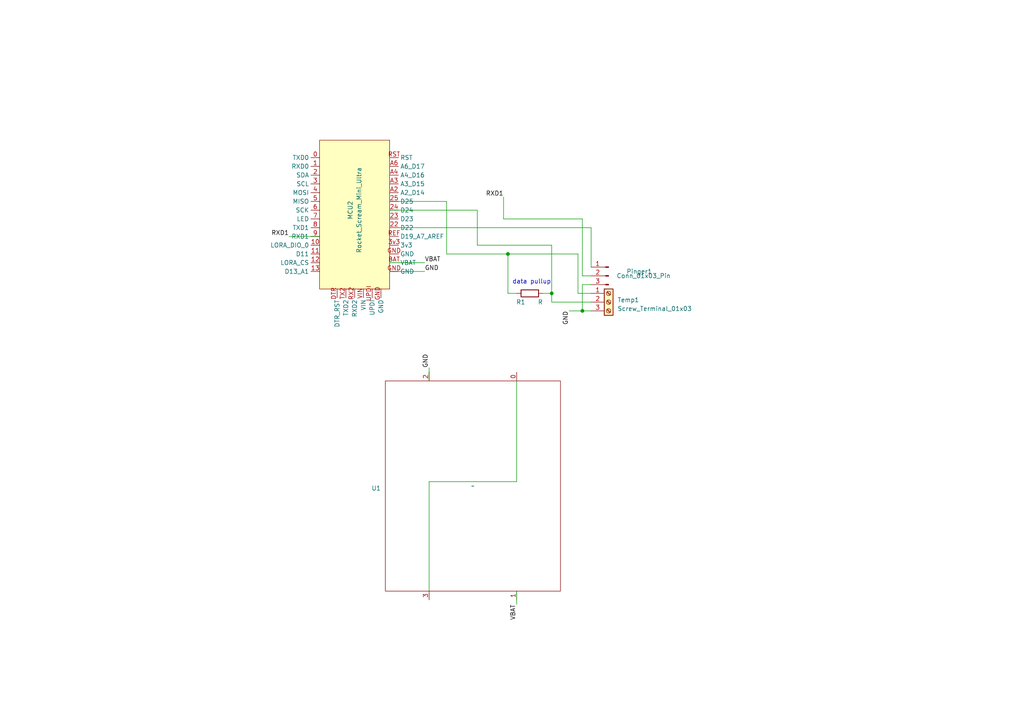
<source format=kicad_sch>
(kicad_sch (version 20230121) (generator eeschema)
  (paper "A4")
  (lib_symbols
    (symbol "Connector:Conn_01x03_Pin" (pin_names (offset 1.016) hide)
      (property "Reference" "J" (at 0 5.08 0))
      (property "Value" "Conn_01x03_Pin" (at 0 -5.08 0))
      (symbol "Conn_01x03_Pin_1_1"
        (polyline (pts (xy 1.27 -2.54) (xy 0.8636 -2.54)) (stroke (width 0.1524)))
        (polyline (pts (xy 1.27 0) (xy 0.8636 0)) (stroke (width 0.1524)))
        (polyline (pts (xy 1.27 2.54) (xy 0.8636 2.54)) (stroke (width 0.1524)))
        (rectangle (start 0.8636 -2.413) (end 0 -2.667) (stroke (width 0.1524)) (fill (type outline)))
        (rectangle (start 0.8636 0.127) (end 0 -0.127) (stroke (width 0.1524)) (fill (type outline)))
        (rectangle (start 0.8636 2.667) (end 0 2.413) (stroke (width 0.1524)) (fill (type outline)))
        (pin passive line (at 5.08 2.54 180) (length 3.81) (name "Pin_1") (number "1"))
        (pin passive line (at 5.08 0 180) (length 3.81) (name "Pin_2") (number "2"))
        (pin passive line (at 5.08 -2.54 180) (length 3.81) (name "Pin_3") (number "3"))
      )
    )
    (symbol "Connector:Screw_Terminal_01x03" (pin_names (offset 1.016) hide)
      (property "Reference" "J" (at 0 5.08 0))
      (property "Value" "Screw_Terminal_01x03" (at 0 -5.08 0))
      (symbol "Screw_Terminal_01x03_1_1"
        (rectangle (start -1.27 3.81) (end 1.27 -3.81) (stroke (width 0.254)) (fill (type background)))
        (circle (center 0 -2.54) (radius 0.635) (stroke (width 0.1524)))
        (polyline (pts (xy -0.5334 -2.2098) (xy 0.3302 -3.048)) (stroke (width 0.1524)))
        (polyline (pts (xy -0.5334 0.3302) (xy 0.3302 -0.508)) (stroke (width 0.1524)))
        (polyline (pts (xy -0.5334 2.8702) (xy 0.3302 2.032)) (stroke (width 0.1524)))
        (polyline (pts (xy -0.3556 -2.032) (xy 0.508 -2.8702)) (stroke (width 0.1524)))
        (polyline (pts (xy -0.3556 0.508) (xy 0.508 -0.3302)) (stroke (width 0.1524)))
        (polyline (pts (xy -0.3556 3.048) (xy 0.508 2.2098)) (stroke (width 0.1524)))
        (circle (center 0 0) (radius 0.635) (stroke (width 0.1524)))
        (circle (center 0 2.54) (radius 0.635) (stroke (width 0.1524)))
        (pin passive line (at -5.08 2.54 0) (length 3.81) (name "Pin_1") (number "1"))
        (pin passive line (at -5.08 0 0) (length 3.81) (name "Pin_2") (number "2"))
        (pin passive line (at -5.08 -2.54 0) (length 3.81) (name "Pin_3") (number "3"))
      )
    )
    (symbol "Device:R" (pin_numbers hide) (pin_names (offset 0))
      (property "Reference" "R" (at 2.032 0 90))
      (property "Value" "R" (at 0 0 90))
      (symbol "R_0_1"
        (rectangle (start -1.016 -2.54) (end 1.016 2.54) (stroke (width 0.254)))
      )
      (symbol "R_1_1"
        (pin passive line (at 0 3.81 270) (length 1.27) (name "~") (number "1"))
        (pin passive line (at 0 -3.81 90) (length 1.27) (name "~") (number "2"))
      )
    )
    (symbol "Device:keystone_2233_D_cell_2Batt_holder"
      (property "Reference" "U" (at 0 0 0))
      (symbol "keystone_2233_D_cell_2Batt_holder_0_1"
        (rectangle (start -25.4 30.48) (end 25.4 -30.48))
      )
      (symbol "keystone_2233_D_cell_2Batt_holder_1_1"
        (pin power_out line (at -12.7 30.48 90) (length 2.54) (name "") (number "0"))
        (pin power_out line (at -12.7 -30.48 270) (length 2.54) (name "") (number "1"))
        (pin power_out line (at 12.7 30.48 90) (length 2.54) (name "") (number "2"))
        (pin power_out line (at 12.7 -30.48 270) (length 2.54) (name "") (number "3"))
      )
    )
    (symbol "MCU_Module:Rocket_Scream_Mini_Ultra"
      (property "Reference" "MCU" (at 0 0 90))
      (property "Value" "Rocket_Scream_Mini_Ultra" (at 1.27 0 90))
      (symbol "Rocket_Scream_Mini_Ultra_1_1"
        (rectangle (start -10.16 20.32) (end 10.16 -22.86) (fill (type background)))
        (pin output line (at -10.16 15.24 180) (length 2.54) (name "TXD0") (number "0"))
        (pin input line (at -10.16 12.7 180) (length 2.54) (name "RXD0") (number "1"))
        (pin bidirectional line (at -10.16 -10.16 180) (length 2.54) (name "LORA_DIO_0") (number "10"))
        (pin unspecified line (at -10.16 -12.7 180) (length 2.54) (name "D11") (number "11"))
        (pin output line (at -10.16 -15.24 180) (length 2.54) (name "LORA_CS") (number "12"))
        (pin bidirectional line (at -10.16 -17.78 180) (length 2.54) (name "D13_A1") (number "13"))
        (pin bidirectional line (at -10.16 10.16 180) (length 2.54) (name "SDA") (number "2"))
        (pin bidirectional line (at 10.16 -5.08 0) (length 2.54) (name "D22") (number "22"))
        (pin bidirectional line (at 10.16 -2.54 0) (length 2.54) (name "D23") (number "23"))
        (pin bidirectional line (at 10.16 0 0) (length 2.54) (name "D24") (number "24"))
        (pin bidirectional line (at 10.16 2.54 0) (length 2.54) (name "D25") (number "25"))
        (pin output line (at -10.16 7.62 180) (length 2.54) (name "SCL") (number "3"))
        (pin power_out line (at 10.16 -10.16 0) (length 2.54) (name "3v3") (number "3v3"))
        (pin output line (at -10.16 5.08 180) (length 2.54) (name "MOSI") (number "4"))
        (pin input line (at -10.16 2.54 180) (length 2.54) (name "MISO") (number "5"))
        (pin output line (at -10.16 0 180) (length 2.54) (name "SCK") (number "6"))
        (pin bidirectional line (at -10.16 -2.54 180) (length 2.54) (name "LED") (number "7"))
        (pin output line (at -10.16 -5.08 180) (length 2.54) (name "TXD1") (number "8"))
        (pin input line (at -10.16 -7.62 180) (length 2.54) (name "RXD1") (number "9"))
        (pin bidirectional line (at 10.16 5.08 0) (length 2.54) (name "A2_D14") (number "A2"))
        (pin bidirectional line (at 10.16 7.62 0) (length 2.54) (name "A3_D15") (number "A3"))
        (pin bidirectional line (at 10.16 10.16 0) (length 2.54) (name "A4_D16") (number "A4"))
        (pin bidirectional line (at 10.16 12.7 0) (length 2.54) (name "A6_D17") (number "A6"))
        (pin power_out line (at 10.16 -15.24 0) (length 2.54) (name "VBAT") (number "BAT"))
        (pin input line (at -5.08 -22.86 270) (length 2.54) (name "DTR_RST") (number "DTR"))
        (pin power_out line (at 7.62 -22.86 270) (length 2.54) (name "GND") (number "GND"))
        (pin power_out line (at 10.16 -17.78 0) (length 2.54) (name "GND") (number "GND"))
        (pin power_out line (at 10.16 -12.7 0) (length 2.54) (name "GND") (number "GND"))
        (pin bidirectional line (at 10.16 -7.62 0) (length 2.54) (name "D19_A7_AREF") (number "REF"))
        (pin input line (at 10.16 15.24 0) (length 2.54) (name "RST") (number "RST"))
        (pin input line (at 0 -22.86 270) (length 2.54) (name "RXD2") (number "RX2"))
        (pin output line (at -2.54 -22.86 270) (length 2.54) (name "TXD2") (number "TX2"))
        (pin bidirectional line (at 5.08 -22.86 270) (length 2.54) (name "UPDI") (number "UPDI"))
        (pin power_in line (at 2.54 -22.86 270) (length 2.54) (name "VIN") (number "VIN"))
      )
    )
  )
  (junction (at 168.91 90.17))
  (junction (at 147.32 73.66))
  (junction (at 160.02 85.09))
  (wire (pts (xy 171.45 66.04) (xy 171.45 77.47)))
  (wire (pts (xy 168.91 63.5) (xy 168.91 80.01)))
  (wire (pts (xy 124.46 106.68) (xy 124.46 110.49)))
  (wire (pts (xy 168.91 82.55) (xy 168.91 90.17)))
  (wire (pts (xy 149.86 171.45) (xy 149.86 175.26)))
  (wire (pts (xy 129.54 73.66) (xy 129.54 58.42)))
  (wire (pts (xy 124.46 171.45) (xy 124.46 139.7)))
  (wire (pts (xy 168.91 90.17) (xy 171.45 90.17)))
  (wire (pts (xy 171.45 82.55) (xy 168.91 82.55)))
  (wire (pts (xy 146.05 63.5) (xy 168.91 63.5)))
  (wire (pts (xy 147.32 73.66) (xy 167.64 73.66)))
  (wire (pts (xy 124.46 139.7) (xy 149.86 139.7)))
  (wire (pts (xy 113.03 76.2) (xy 123.19 76.2)))
  (wire (pts (xy 171.45 85.09) (xy 167.64 85.09)))
  (wire (pts (xy 129.54 73.66) (xy 147.32 73.66)))
  (wire (pts (xy 113.03 78.74) (xy 123.19 78.74)))
  (wire (pts (xy 171.45 66.04) (xy 113.03 66.04)))
  (wire (pts (xy 147.32 73.66) (xy 147.32 85.09)))
  (wire (pts (xy 160.02 85.09) (xy 160.02 87.63)))
  (wire (pts (xy 157.48 85.09) (xy 160.02 85.09)))
  (wire (pts (xy 138.43 60.96) (xy 138.43 71.12)))
  (wire (pts (xy 168.91 80.01) (xy 171.45 80.01)))
  (wire (pts (xy 149.86 85.09) (xy 147.32 85.09)))
  (wire (pts (xy 129.54 58.42) (xy 113.03 58.42)))
  (wire (pts (xy 146.05 57.15) (xy 146.05 63.5)))
  (wire (pts (xy 165.1 90.17) (xy 168.91 90.17)))
  (wire (pts (xy 138.43 60.96) (xy 113.03 60.96)))
  (wire (pts (xy 83.82 68.58) (xy 92.71 68.58)))
  (wire (pts (xy 167.64 73.66) (xy 167.64 85.09)))
  (wire (pts (xy 160.02 71.12) (xy 160.02 85.09)))
  (wire (pts (xy 149.86 139.7) (xy 149.86 110.49)))
  (wire (pts (xy 171.45 87.63) (xy 160.02 87.63)))
  (wire (pts (xy 138.43 71.12) (xy 160.02 71.12)))
  (text "data pullup" (at 148.59 82.55 0) (effects (font (size 1.27 1.27)) (justify left bottom)))
  (label "GND" (at 123.19 78.74 0))
  (label "VBAT" (at 123.19 76.2 0))
  (label "VBAT" (at 149.86 175.26 270))
  (label "RXD1" (at 146.05 57.15 180))
  (label "GND" (at 124.46 106.68 90))
  (label "RXD1" (at 83.82 68.58 180))
  (label "GND" (at 165.1 90.17 270))
  (symbol (lib_id "MCU_Module:Rocket_Scream_Mini_Ultra") (at 102.87 60.96 0) (unit 1)
    (property "Reference" "MCU2" (at 101.6 60.96 90))
    (property "Value" "Rocket_Scream_Mini_Ultra" (at 104.14 60.96 90))
    (property "Footprint" "Module:Rocket_Scream_Mini_Ultra" (effects hide))
  )
  (symbol (lib_id "Connector:Screw_Terminal_01x03") (at 176.53 87.63 0) (unit 1)
    (property "Reference" "Temp1" (at 179.07 86.995 0) (effects (justify left)))
    (property "Value" "Screw_Terminal_01x03" (at 179.07 89.535 0) (effects (justify left)))
    (property "Footprint" "TerminalBlock_Phoenix:TerminalBlock_Phoenix_MPT-0,5-3-2.54_1x03_P2.54mm_Horizontal" (effects hide))
  )
  (symbol (lib_id "Connector:Conn_01x03_Pin") (at 176.53 80.01 0) (mirror y) (unit 1)
    (property "Reference" "Pinger1" (at 185.42 78.74 0))
    (property "Value" "Conn_01x03_Pin" (at 186.69 80.01 0))
    (property "Footprint" "Connector_Molex:Molex_KK-254_AE-6410-03A_1x03_P2.54mm_Vertical" (effects hide))
  )
  (symbol (lib_id "Device:keystone_2233_D_cell_2Batt_holder") (at 137.16 140.97 0) (mirror y) (unit 1)
    (property "Reference" "U1" (at 110.49 141.605 0) (effects (justify left)))
    (property "Value" "~" (at 137.16 140.97 0))
    (property "Footprint" "Battery:BatteryHolder_Keystone_2233" (effects hide))
  )
  (symbol (lib_id "Device:R") (at 153.67 85.09 90) (unit 1)
    (property "Reference" "R1" (at 152.4 87.63 90) (effects (justify left)))
    (property "Value" "R" (at 157.48 87.63 90) (effects (justify left)))
    (property "Footprint" "Resistor_THT:R_Axial_DIN0204_L3.6mm_D1.6mm_P7.62mm_Horizontal" (effects hide))
  )
)
</source>
